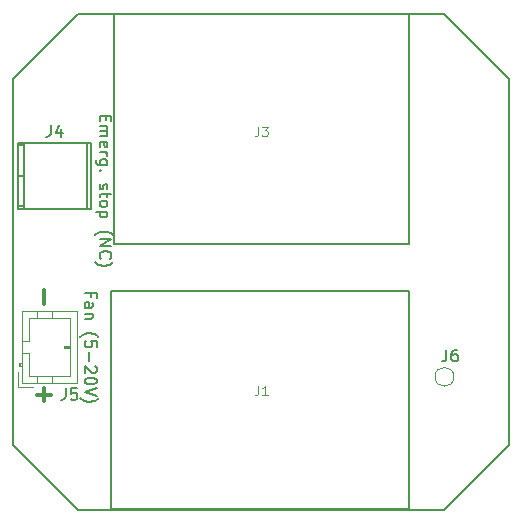
<source format=gto>
G04 #@! TF.FileFunction,Legend,Top*
%FSLAX46Y46*%
G04 Gerber Fmt 4.6, Leading zero omitted, Abs format (unit mm)*
G04 Created by KiCad (PCBNEW 4.0.7) date Thu Jan 25 16:07:57 2018*
%MOMM*%
%LPD*%
G01*
G04 APERTURE LIST*
%ADD10C,0.100000*%
%ADD11C,0.200000*%
%ADD12C,0.300000*%
%ADD13C,0.150000*%
%ADD14C,0.120000*%
G04 APERTURE END LIST*
D10*
D11*
X7821429Y33357144D02*
X7821429Y33023810D01*
X7297619Y32880953D02*
X7297619Y33357144D01*
X8297619Y33357144D01*
X8297619Y32880953D01*
X7297619Y32452382D02*
X7964286Y32452382D01*
X7869048Y32452382D02*
X7916667Y32404763D01*
X7964286Y32309525D01*
X7964286Y32166667D01*
X7916667Y32071429D01*
X7821429Y32023810D01*
X7297619Y32023810D01*
X7821429Y32023810D02*
X7916667Y31976191D01*
X7964286Y31880953D01*
X7964286Y31738096D01*
X7916667Y31642858D01*
X7821429Y31595239D01*
X7297619Y31595239D01*
X7345238Y30738096D02*
X7297619Y30833334D01*
X7297619Y31023811D01*
X7345238Y31119049D01*
X7440476Y31166668D01*
X7821429Y31166668D01*
X7916667Y31119049D01*
X7964286Y31023811D01*
X7964286Y30833334D01*
X7916667Y30738096D01*
X7821429Y30690477D01*
X7726190Y30690477D01*
X7630952Y31166668D01*
X7297619Y30261906D02*
X7964286Y30261906D01*
X7773810Y30261906D02*
X7869048Y30214287D01*
X7916667Y30166668D01*
X7964286Y30071430D01*
X7964286Y29976191D01*
X7964286Y29214286D02*
X7154762Y29214286D01*
X7059524Y29261905D01*
X7011905Y29309524D01*
X6964286Y29404763D01*
X6964286Y29547620D01*
X7011905Y29642858D01*
X7345238Y29214286D02*
X7297619Y29309524D01*
X7297619Y29500001D01*
X7345238Y29595239D01*
X7392857Y29642858D01*
X7488095Y29690477D01*
X7773810Y29690477D01*
X7869048Y29642858D01*
X7916667Y29595239D01*
X7964286Y29500001D01*
X7964286Y29309524D01*
X7916667Y29214286D01*
X7392857Y28738096D02*
X7345238Y28690477D01*
X7297619Y28738096D01*
X7345238Y28785715D01*
X7392857Y28738096D01*
X7297619Y28738096D01*
X7345238Y27547620D02*
X7297619Y27452382D01*
X7297619Y27261906D01*
X7345238Y27166667D01*
X7440476Y27119048D01*
X7488095Y27119048D01*
X7583333Y27166667D01*
X7630952Y27261906D01*
X7630952Y27404763D01*
X7678571Y27500001D01*
X7773810Y27547620D01*
X7821429Y27547620D01*
X7916667Y27500001D01*
X7964286Y27404763D01*
X7964286Y27261906D01*
X7916667Y27166667D01*
X7964286Y26833334D02*
X7964286Y26452382D01*
X8297619Y26690477D02*
X7440476Y26690477D01*
X7345238Y26642858D01*
X7297619Y26547620D01*
X7297619Y26452382D01*
X7297619Y25976191D02*
X7345238Y26071429D01*
X7392857Y26119048D01*
X7488095Y26166667D01*
X7773810Y26166667D01*
X7869048Y26119048D01*
X7916667Y26071429D01*
X7964286Y25976191D01*
X7964286Y25833333D01*
X7916667Y25738095D01*
X7869048Y25690476D01*
X7773810Y25642857D01*
X7488095Y25642857D01*
X7392857Y25690476D01*
X7345238Y25738095D01*
X7297619Y25833333D01*
X7297619Y25976191D01*
X7964286Y25214286D02*
X6964286Y25214286D01*
X7916667Y25214286D02*
X7964286Y25119048D01*
X7964286Y24928571D01*
X7916667Y24833333D01*
X7869048Y24785714D01*
X7773810Y24738095D01*
X7488095Y24738095D01*
X7392857Y24785714D01*
X7345238Y24833333D01*
X7297619Y24928571D01*
X7297619Y25119048D01*
X7345238Y25214286D01*
X6916667Y23261904D02*
X6964286Y23309524D01*
X7107143Y23404762D01*
X7202381Y23452381D01*
X7345238Y23500000D01*
X7583333Y23547619D01*
X7773810Y23547619D01*
X8011905Y23500000D01*
X8154762Y23452381D01*
X8250000Y23404762D01*
X8392857Y23309524D01*
X8440476Y23261904D01*
X7297619Y22880952D02*
X8297619Y22880952D01*
X7297619Y22309523D01*
X8297619Y22309523D01*
X7392857Y21261904D02*
X7345238Y21309523D01*
X7297619Y21452380D01*
X7297619Y21547618D01*
X7345238Y21690476D01*
X7440476Y21785714D01*
X7535714Y21833333D01*
X7726190Y21880952D01*
X7869048Y21880952D01*
X8059524Y21833333D01*
X8154762Y21785714D01*
X8250000Y21690476D01*
X8297619Y21547618D01*
X8297619Y21452380D01*
X8250000Y21309523D01*
X8202381Y21261904D01*
X6916667Y20928571D02*
X6964286Y20880952D01*
X7107143Y20785714D01*
X7202381Y20738095D01*
X7345238Y20690476D01*
X7583333Y20642857D01*
X7773810Y20642857D01*
X8011905Y20690476D01*
X8154762Y20738095D01*
X8250000Y20785714D01*
X8392857Y20880952D01*
X8440476Y20928571D01*
D12*
X2607143Y17428572D02*
X2607143Y18571429D01*
X2607143Y9178572D02*
X2607143Y10321429D01*
X3178571Y9750000D02*
X2035714Y9750000D01*
D11*
X6571429Y18035714D02*
X6571429Y18369048D01*
X6047619Y18369048D02*
X7047619Y18369048D01*
X7047619Y17892857D01*
X6047619Y17083333D02*
X6571429Y17083333D01*
X6666667Y17130952D01*
X6714286Y17226190D01*
X6714286Y17416667D01*
X6666667Y17511905D01*
X6095238Y17083333D02*
X6047619Y17178571D01*
X6047619Y17416667D01*
X6095238Y17511905D01*
X6190476Y17559524D01*
X6285714Y17559524D01*
X6380952Y17511905D01*
X6428571Y17416667D01*
X6428571Y17178571D01*
X6476190Y17083333D01*
X6714286Y16607143D02*
X6047619Y16607143D01*
X6619048Y16607143D02*
X6666667Y16559524D01*
X6714286Y16464286D01*
X6714286Y16321428D01*
X6666667Y16226190D01*
X6571429Y16178571D01*
X6047619Y16178571D01*
X5666667Y14654761D02*
X5714286Y14702381D01*
X5857143Y14797619D01*
X5952381Y14845238D01*
X6095238Y14892857D01*
X6333333Y14940476D01*
X6523810Y14940476D01*
X6761905Y14892857D01*
X6904762Y14845238D01*
X7000000Y14797619D01*
X7142857Y14702381D01*
X7190476Y14654761D01*
X7047619Y13797618D02*
X7047619Y14273809D01*
X6571429Y14321428D01*
X6619048Y14273809D01*
X6666667Y14178571D01*
X6666667Y13940475D01*
X6619048Y13845237D01*
X6571429Y13797618D01*
X6476190Y13749999D01*
X6238095Y13749999D01*
X6142857Y13797618D01*
X6095238Y13845237D01*
X6047619Y13940475D01*
X6047619Y14178571D01*
X6095238Y14273809D01*
X6142857Y14321428D01*
X6428571Y13321428D02*
X6428571Y12559523D01*
X6952381Y12130952D02*
X7000000Y12083333D01*
X7047619Y11988095D01*
X7047619Y11749999D01*
X7000000Y11654761D01*
X6952381Y11607142D01*
X6857143Y11559523D01*
X6761905Y11559523D01*
X6619048Y11607142D01*
X6047619Y12178571D01*
X6047619Y11559523D01*
X7047619Y10940476D02*
X7047619Y10845237D01*
X7000000Y10749999D01*
X6952381Y10702380D01*
X6857143Y10654761D01*
X6666667Y10607142D01*
X6428571Y10607142D01*
X6238095Y10654761D01*
X6142857Y10702380D01*
X6095238Y10749999D01*
X6047619Y10845237D01*
X6047619Y10940476D01*
X6095238Y11035714D01*
X6142857Y11083333D01*
X6238095Y11130952D01*
X6428571Y11178571D01*
X6666667Y11178571D01*
X6857143Y11130952D01*
X6952381Y11083333D01*
X7000000Y11035714D01*
X7047619Y10940476D01*
X7047619Y10321428D02*
X6047619Y9988095D01*
X7047619Y9654761D01*
X5666667Y9416666D02*
X5714286Y9369047D01*
X5857143Y9273809D01*
X5952381Y9226190D01*
X6095238Y9178571D01*
X6333333Y9130952D01*
X6523810Y9130952D01*
X6761905Y9178571D01*
X6904762Y9226190D01*
X7000000Y9273809D01*
X7142857Y9369047D01*
X7190476Y9416666D01*
D13*
X42000000Y36500000D02*
X42000000Y5500000D01*
X36500000Y42000000D02*
X42000000Y36500000D01*
X5500000Y42000000D02*
X36500000Y42000000D01*
X0Y36500000D02*
X5500000Y42000000D01*
X0Y5500000D02*
X0Y36500000D01*
X5500000Y0D02*
X0Y5500000D01*
X36500000Y0D02*
X5500000Y0D01*
X42000000Y5500000D02*
X36500000Y0D01*
D14*
X37303219Y11250000D02*
G75*
G03X37303219Y11250000I-803219J0D01*
G01*
D13*
X899040Y25470920D02*
X899040Y31069080D01*
X401200Y30870960D02*
X899040Y30870960D01*
X899040Y25669040D02*
X401200Y25669040D01*
X401200Y28270000D02*
X899040Y28270000D01*
X6200020Y31069080D02*
X6200020Y25470920D01*
X401200Y31069080D02*
X401200Y25470920D01*
X401200Y25470920D02*
X6598800Y25470920D01*
X6598800Y25470920D02*
X6598800Y31069080D01*
X6598800Y31069080D02*
X401200Y31069080D01*
D14*
X700000Y10700000D02*
X5400000Y10700000D01*
X5400000Y10700000D02*
X5400000Y16800000D01*
X5400000Y16800000D02*
X700000Y16800000D01*
X700000Y16800000D02*
X700000Y10700000D01*
X700000Y13250000D02*
X1300000Y13250000D01*
X1300000Y13250000D02*
X1300000Y11300000D01*
X1300000Y11300000D02*
X4800000Y11300000D01*
X4800000Y11300000D02*
X4800000Y16200000D01*
X4800000Y16200000D02*
X1300000Y16200000D01*
X1300000Y16200000D02*
X1300000Y14250000D01*
X1300000Y14250000D02*
X700000Y14250000D01*
X2000000Y10700000D02*
X2000000Y11300000D01*
X3300000Y10700000D02*
X3300000Y11300000D01*
X2000000Y16800000D02*
X2000000Y16200000D01*
X3300000Y16800000D02*
X3300000Y16200000D01*
X700000Y12450000D02*
X500000Y12450000D01*
X500000Y12450000D02*
X500000Y12150000D01*
X500000Y12150000D02*
X700000Y12150000D01*
X600000Y12450000D02*
X600000Y12150000D01*
X4800000Y13650000D02*
X4300000Y13650000D01*
X4300000Y13650000D02*
X4300000Y13850000D01*
X4300000Y13850000D02*
X4800000Y13850000D01*
X4800000Y13750000D02*
X4300000Y13750000D01*
X400000Y11650000D02*
X400000Y10400000D01*
X400000Y10400000D02*
X1650000Y10400000D01*
D13*
X33500000Y18550000D02*
X33500000Y50000D01*
X8250000Y18550000D02*
X33500000Y18550000D01*
X8250000Y50000D02*
X8250000Y18550000D01*
X33500000Y50000D02*
X8250000Y50000D01*
X8500000Y22500000D02*
X8500000Y42000000D01*
X33500000Y22500000D02*
X8500000Y22500000D01*
X33500000Y42000000D02*
X33500000Y22500000D01*
X8500000Y42000000D02*
X33500000Y42000000D01*
X36666667Y13547619D02*
X36666667Y12833333D01*
X36619047Y12690476D01*
X36523809Y12595238D01*
X36380952Y12547619D01*
X36285714Y12547619D01*
X37571429Y13547619D02*
X37380952Y13547619D01*
X37285714Y13500000D01*
X37238095Y13452381D01*
X37142857Y13309524D01*
X37095238Y13119048D01*
X37095238Y12738095D01*
X37142857Y12642857D01*
X37190476Y12595238D01*
X37285714Y12547619D01*
X37476191Y12547619D01*
X37571429Y12595238D01*
X37619048Y12642857D01*
X37666667Y12738095D01*
X37666667Y12976190D01*
X37619048Y13071429D01*
X37571429Y13119048D01*
X37476191Y13166667D01*
X37285714Y13166667D01*
X37190476Y13119048D01*
X37142857Y13071429D01*
X37095238Y12976190D01*
X3166667Y32547619D02*
X3166667Y31833333D01*
X3119047Y31690476D01*
X3023809Y31595238D01*
X2880952Y31547619D01*
X2785714Y31547619D01*
X4071429Y32214286D02*
X4071429Y31547619D01*
X3833333Y32595238D02*
X3595238Y31880952D01*
X4214286Y31880952D01*
X4416667Y10297619D02*
X4416667Y9583333D01*
X4369047Y9440476D01*
X4273809Y9345238D01*
X4130952Y9297619D01*
X4035714Y9297619D01*
X5369048Y10297619D02*
X4892857Y10297619D01*
X4845238Y9821429D01*
X4892857Y9869048D01*
X4988095Y9916667D01*
X5226191Y9916667D01*
X5321429Y9869048D01*
X5369048Y9821429D01*
X5416667Y9726190D01*
X5416667Y9488095D01*
X5369048Y9392857D01*
X5321429Y9345238D01*
X5226191Y9297619D01*
X4988095Y9297619D01*
X4892857Y9345238D01*
X4845238Y9392857D01*
D10*
X20733334Y10488095D02*
X20733334Y9916667D01*
X20695238Y9802381D01*
X20619048Y9726190D01*
X20504762Y9688095D01*
X20428572Y9688095D01*
X21533334Y9688095D02*
X21076191Y9688095D01*
X21304762Y9688095D02*
X21304762Y10488095D01*
X21228572Y10373810D01*
X21152381Y10297619D01*
X21076191Y10259524D01*
X20733334Y32438095D02*
X20733334Y31866667D01*
X20695238Y31752381D01*
X20619048Y31676190D01*
X20504762Y31638095D01*
X20428572Y31638095D01*
X21038096Y32438095D02*
X21533334Y32438095D01*
X21266667Y32133333D01*
X21380953Y32133333D01*
X21457143Y32095238D01*
X21495239Y32057143D01*
X21533334Y31980952D01*
X21533334Y31790476D01*
X21495239Y31714286D01*
X21457143Y31676190D01*
X21380953Y31638095D01*
X21152381Y31638095D01*
X21076191Y31676190D01*
X21038096Y31714286D01*
M02*

</source>
